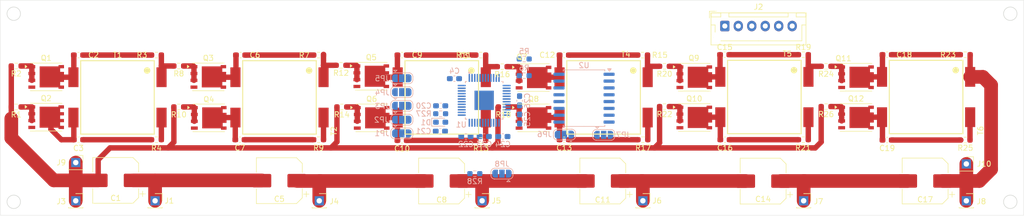
<source format=kicad_pcb>
(kicad_pcb (version 20240108) (generator "pcbnew") (generator_version "8.0")
  (layers (0 "F.Cu" signal) (31 "B.Cu" signal) (34 "B.Paste" user) (35 "F.Paste" user) (36 "B.SilkS" user "B.Silkscreen") (37 "F.SilkS" user "F.Silkscreen") (38 "B.Mask" user) (39 "F.Mask" user) (44 "Edge.Cuts" user))
  (property "CBOOST" "10uF 10V")
  (property "CBOOST+" "0.1uF 10V")
  (property "CBYPASS" "60uF 10V")
  (property "CBYPASS_DECOP" "0.1uF 10V")
  (property "CSENSFILTER" "0.63pF 10V")
  (property "CSNUB" "100pF 100V")
  (property "FET-N" "SIR882DP 100V 60A")
  (property "RBOOST+" "6.5")
  (property "RSENSFILTER" "2.5k")
  (property "RSENSP" "10m")
  (property "RSENSS" "10m")
  (property "RSNUB" "330")
  (property "RTONP" "23.33k")
  (property "RTONS" "7.5k")
  (property "RWDT" "2.5k")
  (property "SHOTTKY" "RVB>6V ")
  (property "TRANSFORMER" "750312504 1:2 ISAT=10A 3.5uF")
  (net 0 "")
  (net 1 "/CELL_1+")
  (net 2 "/CELL_1-")
  (net 3 "Net-(C2-Pad1)")
  (net 4 "Net-(Q1-D)")
  (net 5 "Net-(C3-Pad1)")
  (net 6 "Net-(Q2-D)")
  (net 7 "/LT3300_BOOST")
  (net 8 "/CELL_2+")
  (net 9 "Net-(Q3-D)")
  (net 10 "Net-(C6-Pad1)")
  (net 11 "Net-(Q4-D)")
  (net 12 "Net-(C7-Pad1)")
  (net 13 "/CELL_3+")
  (net 14 "Net-(Q5-D)")
  (net 15 "Net-(C9-Pad1)")
  (net 16 "Net-(C10-Pad1)")
  (net 17 "Net-(Q6-D)")
  (net 18 "/CELL_4+")
  (net 19 "Net-(C12-Pad1)")
  (net 20 "Net-(Q7-D)")
  (net 21 "Net-(Q8-D)")
  (net 22 "Net-(C13-Pad1)")
  (net 23 "/CELL_5+")
  (net 24 "Net-(C15-Pad1)")
  (net 25 "Net-(Q9-D)")
  (net 26 "Net-(Q10-D)")
  (net 27 "Net-(C16-Pad1)")
  (net 28 "/CELL_6+")
  (net 29 "Net-(C18-Pad1)")
  (net 30 "Net-(Q11-D)")
  (net 31 "Net-(C19-Pad1)")
  (net 32 "Net-(Q12-D)")
  (net 33 "/LT3300_BOOSTP")
  (net 34 "/LT3300_BOOSTN")
  (net 35 "Net-(D1-K)")
  (net 36 "/LT3300_A0")
  (net 37 "/LT3300_A1")
  (net 38 "/LT3300_A2")
  (net 39 "/LT3300_A3")
  (net 40 "/LT3300_A4")
  (net 41 "Net-(JP6-C)")
  (net 42 "Net-(JP7-C)")
  (net 43 "5V")
  (net 44 "GND")
  (net 45 "Net-(JP8-B)")
  (net 46 "/LT3300_WDT")
  (net 47 "/LT3300_I1P")
  (net 48 "/LT3300_G1P")
  (net 49 "/LT3300_I1S")
  (net 50 "/LT3300_G1S")
  (net 51 "/LT3300_I2P")
  (net 52 "/LT3300_G2P")
  (net 53 "/LT3300_G2S")
  (net 54 "/LT3300_I2S")
  (net 55 "/LT3300_I3P")
  (net 56 "/LT3300_G3P")
  (net 57 "/LT3300_I3S")
  (net 58 "/LT3300_G3S")
  (net 59 "/LT3300_G4P")
  (net 60 "/LT3300_I4P")
  (net 61 "/LT3300_G4S")
  (net 62 "/LT3300_I4S")
  (net 63 "/LT3300_I5P")
  (net 64 "/LT3300_G5P")
  (net 65 "/LT3300_I5S")
  (net 66 "/LT3300_G5S")
  (net 67 "/LT3300_I6P")
  (net 68 "/LT3300_G6P")
  (net 69 "/LT3300_I6S")
  (net 70 "/LT3300_G6S")
  (net 71 "Net-(T1-SB)")
  (net 72 "/LT3300_RTONP")
  (net 73 "/LT3300_RTONS")
  (net 74 "Net-(T2-SB)")
  (net 75 "Net-(T3-SB)")
  (net 76 "Net-(T4-SB)")
  (net 77 "Net-(T5-SB)")
  (net 78 "Net-(T6-SB)")
  (net 79 "/LT3300_CSBI")
  (net 80 "/LT3300_SCKI")
  (net 81 "GLOBAL_LT3300_SCK")
  (net 82 "GLOBAL_LT3300_SDO")
  (net 83 "GLOBAL_LT3300_CS")
  (net 84 "GLOBAL_LT3300_SDI")
  (net 85 "/LT3300_SDO")
  (net 86 "/LT3300_SDI")
  (footprint "Capacitor_SMD:C_0603_1608Metric_Pad1.08x0.95mm_HandSolder" (layer "F.Cu") (at 71.0178 95.444 180)
    (property "Reference" "C3")
    (property "Value" "100pF 100V")
  )
  (footprint "Resistor_SMD:R_0603_1608Metric_Pad0.98x0.95mm_HandSolder" (layer "F.Cu") (at 179.8048 81.788 180)
    (property "Reference" "R20")
    (property "Value" "10m")
  )
  (footprint "Resistor_SMD:R_0603_1608Metric_Pad0.98x0.95mm_HandSolder" (layer "F.Cu") (at 119.7623 81.601 180)
    (property "Reference" "R12")
    (property "Value" "10m")
  )
  (footprint "active_balancer:WE-FLYLT_EP13_2381" (layer "F.Cu") (at 78.2568 87.57 -90)
    (property "Reference" "T1")
    (property "Value" "750312504 1:2 ISAT=10A 3.5uF")
  )
  (footprint "Capacitor_SMD:CP_Elec_8x10" (layer "F.Cu") (at 108.3075 103.064 180)
    (property "Reference" "C5")
    (property "Value" "60uF 10V")
  )
  (footprint "Connector_PinSocket_2.54mm:PinSocket_1x01_P2.54mm_Vertical" (layer "F.Cu") (at 175.7928 106.807)
    (property "Reference" "J6")
    (property "Value" "Conn_01x01_Socket")
  )
  (footprint "Resistor_SMD:R_0603_1608Metric_Pad0.98x0.95mm_HandSolder" (layer "F.Cu") (at 59.4608 89.348 180)
    (property "Reference" "R1")
    (property "Value" "10m")
  )
  (footprint "active_balancer:WE-FLYLT_EP13_2381" (layer "F.Cu") (at 198.3468 87.503 -90)
    (property "Reference" "T5")
    (property "Value" "750312504 1:2 ISAT=10A 3.5uF")
  )
  (footprint "Resistor_SMD:R_0603_1608Metric_Pad0.98x0.95mm_HandSolder" (layer "F.Cu") (at 179.8048 89.281 180)
    (property "Reference" "R22")
    (property "Value" "10m")
  )
  (footprint "Connector_PinSocket_2.54mm:PinSocket_1x01_P2.54mm_Vertical" (layer "F.Cu") (at 235.839 106.807)
    (property "Reference" "J8")
    (property "Value" "Conn_01x01_Socket")
  )
  (footprint "Resistor_SMD:R_0603_1608Metric_Pad0.98x0.95mm_HandSolder" (layer "F.Cu") (at 89.6398 89.348 180)
    (property "Reference" "R10")
    (property "Value" "10m")
  )
  (footprint "Resistor_SMD:R_0603_1608Metric_Pad0.98x0.95mm_HandSolder" (layer "F.Cu") (at 119.9128 89.348 180)
    (property "Reference" "R14")
    (property "Value" "10m")
  )
  (footprint "Resistor_SMD:R_0603_1608Metric_Pad0.98x0.95mm_HandSolder" (layer "F.Cu") (at 85.4958 79.696 180)
    (property "Reference" "R3")
    (property "Value" "330")
  )
  (footprint "Resistor_SMD:R_0603_1608Metric_Pad0.98x0.95mm_HandSolder" (layer "F.Cu") (at 115.5948 79.696 180)
    (property "Reference" "R7")
    (property "Value" "330")
  )
  (footprint "Resistor_SMD:R_0603_1608Metric_Pad0.98x0.95mm_HandSolder" (layer "F.Cu") (at 149.6823 81.855 180)
    (property "Reference" "R16")
    (property "Value" "10m")
  )
  (footprint "Resistor_SMD:R_0603_1608Metric_Pad0.98x0.95mm_HandSolder" (layer "F.Cu") (at 59.4608 81.728 180)
    (property "Reference" "R2")
    (property "Value" "10m")
  )
  (footprint "Resistor_SMD:R_0603_1608Metric_Pad0.98x0.95mm_HandSolder" (layer "F.Cu") (at 145.6938 95.571 180)
    (property "Reference" "R13")
    (property "Value" "330")
  )
  (footprint "active_balancer:SIR882DP_PowerPAK_SO-8_Single" (layer "F.Cu") (at 125.3738 83.633)
    (property "Reference" "Q5")
    (property "Value" "SIR882DP 100V 60A")
  )
  (footprint "active_balancer:WE-FLYLT_EP13_2381" (layer "F.Cu") (at 108.3323 87.57 -90)
    (property "Reference" "T2")
    (property "Value" "750312504 1:2 ISAT=10A 3.5uF")
  )
  (footprint "Resistor_SMD:R_0603_1608Metric_Pad0.98x0.95mm_HandSolder" (layer "F.Cu") (at 235.6098 95.504 180)
    (property "Reference" "R25")
    (property "Value" "330")
  )
  (footprint "Resistor_SMD:R_0603_1608Metric_Pad0.98x0.95mm_HandSolder" (layer "F.Cu") (at 209.8053 81.788 180)
    (property "Reference" "R24")
    (property "Value" "10m")
  )
  (footprint "active_balancer:SIR882DP_PowerPAK_SO-8_Single" (layer "F.Cu") (at 215.3618 91.313)
    (property "Reference" "Q12")
    (property "Value" "SIR882DP 100V 60A")
  )
  (footprint "Capacitor_SMD:CP_Elec_8x10" (layer "F.Cu") (at 77.926 103.0132 180)
    (property "Reference" "C1")
    (property "Value" "60uF 10V")
  )
  (footprint "Resistor_SMD:R_0603_1608Metric_Pad0.98x0.95mm_HandSolder" (layer "F.Cu") (at 85.4958 95.444 180)
    (property "Reference" "R4")
    (property "Value" "330")
  )
  (footprint "Capacitor_SMD:CP_Elec_8x10" (layer "F.Cu") (at 198.1188 103.1494 180)
    (property "Reference" "C14")
    (property "Value" "60uF 10V")
  )
  (footprint "Resistor_SMD:R_0603_1608Metric_Pad0.98x0.95mm_HandSolder" (layer "F.Cu") (at 149.8848 89.348 180)
    (property "Reference" "R18")
    (property "Value" "10m")
  )
  (footprint "Capacitor_SMD:C_0603_1608Metric_Pad1.08x0.95mm_HandSolder" (layer "F.Cu") (at 131.0888 95.571 180)
    (property "Reference" "C10")
    (property "Value" "100pF 100V")
  )
  (footprint "Resistor_SMD:R_0603_1608Metric_Pad0.98x0.95mm_HandSolder" (layer "F.Cu") (at 205.5858 79.629 180)
    (property "Reference" "R19")
    (property "Value" "330")
  )
  (footprint "Connector_PinSocket_2.54mm:PinSocket_1x01_P2.54mm_Vertical" (layer "F.Cu") (at 145.9478 106.807)
    (property "Reference" "J5")
    (property "Value" "Conn_01x01_Socket")
  )
  (footprint "Capacitor_SMD:C_0603_1608Metric_Pad1.08x0.95mm_HandSolder" (layer "F.Cu") (at 161.1878 79.696 180)
    (property "Reference" "C12")
    (property "Value" "100pF 100V")
  )
  (footprint "Capacitor_SMD:C_0603_1608Metric_Pad1.08x0.95mm_HandSolder" (layer "F.Cu") (at 221.1318 79.629 180)
    (property "Reference" "C18")
    (property "Value" "100pF 100V")
  )
  (footprint "Capacitor_SMD:C_0603_1608Metric_Pad1.08x0.95mm_HandSolder" (layer "F.Cu") (at 221.1318 95.504 180)
    (property "Reference" "C19")
    (property "Value" "100pF 100V")
  )
  (footprint "Capacitor_SMD:C_0603_1608Metric_Pad1.08x0.95mm_HandSolder" (layer "F.Cu") (at 101.1168 79.696 180)
    (property "Reference" "C6")
    (property "Value" "100pF 100V")
  )
  (footprint "Capacitor_SMD:C_0603_1608Metric_Pad1.08x0.95mm_HandSolder" (layer "F.Cu") (at 191.0328 95.444 180)
    (property "Reference" "C16")
    (property "Value" "100pF 100V")
  )
  (footprint "Connector_PinSocket_2.54mm:PinSocket_1x01_P2.54mm_Vertical" (layer "F.Cu") (at 70.5098 106.807)
    (property "Reference" "J3")
    (property "Value" "Conn_01x01_Socket")
  )
  (footprint "active_balancer:SIR882DP_PowerPAK_SO-8_Single" (layer "F.Cu") (at 125.4458 91.38)
    (property "Reference" "Q6")
    (property "Value" "SIR882DP 100V 60A")
  )
  (footprint "Capacitor_SMD:CP_Elec_8x10" (layer "F.Cu") (at 138.43 103.124 180)
    (property "Reference" "C8")
    (property "Value" "60uF 10V")
  )
  (footprint "Connector_JST:JST_XH_B6B-XH-AM_1x06_P2.50mm_Vertical" (layer "F.Cu") (at 191.008 74.295)
    (property "Reference" "J2")
    (property "Value" "JST_XH_6pin_SPI")
  )
  (footprint "active_balancer:SIR882DP_PowerPAK_SO-8_Single" (layer "F.Cu") (at 185.3378 83.82)
    (property "Reference" "Q9")
    (property "Value" "SIR882DP 100V 60A")
  )
  (footprint "Capacitor_SMD:C_0603_1608Metric_Pad1.08x0.95mm_HandSolder" (layer "F.Cu") (at 71.0178 79.696 180)
    (property "Reference" "C2")
    (property "Value" "100pF 100V")
  )
  (footprint "Capacitor_SMD:CP_Elec_8x10" (layer "F.Cu") (at 168.35 103.124 180)
    (property "Reference" "C11")
    (property "Value" "60uF 10V")
  )
  (footprint "Capacitor_SMD:C_0603_1608Metric_Pad1.08x0.95mm_HandSolder" (layer "F.Cu") (at 190.9808 79.629 180)
    (property "Reference" "C15")
    (property "Value" "100pF 100V")
  )
  (footprint "active_balancer:SIR882DP_PowerPAK_SO-8_Single" (layer "F.Cu") (at 65.0264 83.76)
    (property "Reference" "Q1")
    (property "Value" "SIR882DP 100V 60A")
  )
  (footprint "Capacitor_SMD:C_0603_1608Metric_Pad1.08x0.95mm_HandSolder" (layer "F.Cu") (at 131.0888 79.696 180)
    (property "Reference" "C9")
    (property "Value" "100pF 100V")
  )
  (footprint "Resistor_SMD:R_0603_1608Metric_Pad0.98x0.95mm_HandSolder" (layer "F.Cu") (at 205.5858 95.444 180)
    (property "Reference" "R21")
    (property "Value" "330")
  )
  (footprint "active_balancer:WE-FLYLT_EP13_2381" (layer "F.Cu") (at 228.3708 87.503 -90)
    (property "Reference" "T6")
    (property "Value" "750312504 1:2 ISAT=10A 3.5uF")
  )
  (footprint "Capacitor_SMD:C_0603_1608Metric_Pad1.08x0.95mm_HandSolder" (layer "F.Cu") (at 100.9898 95.444 180)
    (property "Reference" "C7")
    (property "Value" "100pF 100V")
  )
  (footprint "Capacitor_SMD:C_0603_1608Metric_Pad1.08x0.95mm_HandSolder" (layer "F.Cu") (at 161.1878 95.444 180)
    (property "Reference" "C13")
    (property "Value" "100pF 100V")
  )
  (footprint "Resistor_SMD:R_0603_1608Metric_Pad0.98x0.95mm_HandSolder" (layer "F.Cu") (at 175.7408 79.696 180)
    (property "Reference" "R15")
    (property "Value" "330")
  )
  (footprint "active_balancer:SIR882DP_PowerPAK_SO-8_Single" (layer "F.Cu") (at 155.4888 91.38)
    (property "Reference" "Q8")
    (property "Value" "SIR882DP 100V 60A")
  )
  (footprint "Capacitor_SMD:CP_Elec_8x10" (layer "F.Cu") (at 228.1936 103.124 180)
    (property "Reference" "C17")
    (property "Value" "60uF 10V")
  )
  (footprint "Resistor_SMD:R_0603_1608Metric_Pad0.98x0.95mm_HandSolder" (layer "F.Cu") (at 115.5948 95.444 180)
    (property "Reference" "R9")
    (property "Value" "330")
  )
  (footprint "active_balancer:SIR882DP_PowerPAK_SO-8_Single" (layer "F.Cu") (at 65.0192 91.253)
    (property "Reference" "Q2")
    (property "Value" "SIR882DP 100V 60A")
  )
  (footprint "Resistor_SMD:R_0603_1608Metric_Pad0.98x0.95mm_HandSolder" (layer "F.Cu") (at 89.6398 81.728 180)
    (property "Reference" "R8")
    (property "Value" "10m")
  )
  (footprint "active_balancer:WE-FLYLT_EP13_2381" (layer "F.Cu") (at 168.5018 87.57 -90)
    (property "Reference" "T4")
    (property "Value" "750312504 1:2 ISAT=10A 3.5uF")
  )
  (footprint "active_balancer:SIR882DP_PowerPAK_SO-8_Single" (layer "F.Cu") (at 95.1243 83.76)
    (property "Reference" "Q3")
    (property "Value" "SIR882DP 100V 60A")
  )
  (footprint "active_balancer:SIR882DP_PowerPAK_SO-8_Single" (layer "F.Cu") (at 95.1963 91.38)
    (property "Reference" "Q4")
    (property "Value" "SIR882DP 100V 60A")
  )
  (footprint "Connector_PinSocket_2.54mm:PinSocket_1x01_P2.54mm_Vertical" (layer "F.Cu") (at 235.839 99.949)
    (property "Reference" "J10")
    (property "Value" "Conn_01x01_Socket")
  )
  (footprint "active_balancer:SIR882DP_PowerPAK_SO-8_Single" (layer "F.Cu") (at 185.3378 91.313)
    (property "Reference" "Q10")
    (property "Value" "SIR882DP 100V 60A")
  )
  (footprint "Resistor_SMD:R_0603_1608Metric_Pad0.98x0.95mm_HandSolder" (layer "F.Cu") (at 209.8053 89.281 180)
    (property "Reference" "R26")
    (property "Value" "10m")
  )
  (footprint "Resistor_SMD:R_0603_1608Metric_Pad0.98x0.95mm_HandSolder" (layer "F.Cu") (at 175.7928 95.444 180)
    (property "Reference" "R17")
    (property "Value" "330")
  )
  (footprint "active_balancer:WE-FLYLT_EP13_2381" (layer "F.Cu") (at 138.4548 87.57 -90)
    (property "Reference" "T3")
    (property "Value" "750312504 1:2 ISAT=10A 3.5uF")
  )
  (footprint "Connector_PinSocket_2.54mm:PinSocket_1x01_P2.54mm_Vertical" (layer "F.Cu") (at 205.6378 106.807)
    (property "Reference" "J7")
    (property "Value" "Conn_01x01_Socket")
  )
  (footprint "active_balancer:SIR882DP_PowerPAK_SO-8_Single" (layer "F.Cu") (at 215.3618 83.82)
    (property "Reference" "Q11")
    (property "Value" "SIR882DP 100V 60A")
  )
  (footprint "Connector_PinSocket_2.54mm:PinSocket_1x01_P2.54mm_Vertical" (layer "F.Cu") (at 70.5098 99.695)
    (property "Reference" "J9")
    (property "Value" "Conn_01x01_Socket")
  )
  (footprint "active_balancer:SIR882DP_PowerPAK_SO-8_Single" (layer "F.Cu") (at 155.4928 83.887)
    (property "Reference" "Q7")
    (property "Value" "SIR882DP 100V 60A")
  )
  (footprint "Connector_PinSocket_2.54mm:PinSocket_1x01_P2.54mm_Vertical" (layer "F.Cu") (at 115.7218 106.807)
    (property "Reference" "J4")
    (property "Value" "Conn_01x01_Socket")
  )
  (footprint "Resistor_SMD:R_0603_1608Metric_Pad0.98x0.95mm_HandSolder" (layer "F.Cu") (at 145.6938 79.696 180)
    (property "Reference" "R11")
    (property "Value" "330")
  )
  (footprint "Resistor_SMD:R_0603_1608Metric_Pad0.98x0.95mm_HandSolder" (layer "F.Cu") (at 235.6333 79.629 180)
    (property "Reference" "R23")
    (property "Value" "330")
  )
  (footprint "Connector_PinSocket_2.54mm:PinSocket_1x01_P2.54mm_Vertical" (layer "F.Cu") (at 85.2418 106.807)
    (property "Reference" "J1")
    (property "Value" "Conn_01x01_Socket")
  )
  (footprint "Capacitor_SMD:C_0603_1608Metric_Pad1.08x0.95mm_HandSolder" (layer "B.Cu") (at 152.9024 88.198 90)
    (property "Reference" "C26")
    (property "Value" "0.1uF 10V")
  )
  (footprint "Jumper:SolderJumper-3_P1.3mm_Open_RoundedPad1.0x1.5mm" (layer "B.Cu") (at 149.6304 101.7616 180)
    (property "Reference" "JP8")
    (property "Value" "Whatchdog Timer")
  )
  (footprint "Jumper:SolderJumper-3_P1.3mm_Open_RoundedPad1.0x1.5mm" (layer "B.Cu") (at 131.0381 94.2686)
    (property "Reference" "JP1")
    (property "Value" "JUMPER_A1")
  )
  (footprint "Diode_SMD:D_0603_1608Metric_Pad1.05x0.95mm_HandSolder" (layer "B.Cu") (at 138.2506 92.187)
    (property "Reference" "D1")
    (property "Value" "D_Schottky")
  )
  (footprint "Capacitor_SMD:C_0603_1608Metric_Pad1.08x0.95mm_HandSolder" (layer "B.Cu") (at 149.8025 94.8528)
    (property "Reference" "C24")
    (property "Value" "0.1uF 10V")
  )
  (footprint "Capacitor_SMD:C_0603_1608Metric_Pad1.08x0.95mm_HandSolder" (layer "B.Cu") (at 146.347 94.8528)
    (property "Reference" "C23")
    (property "Value" "0.1uF 10V")
  )
  (footprint "Capacitor_SMD:C_0603_1608Metric_Pad1.08x0.95mm_HandSolder" (layer "B.Cu") (at 152.9024 91.6027 90)
    (property "Reference" "C25")
    (property "Value" "0.1uF 10V")
  )
  (footprint "active_balancer:QFP50P900X900X160-49N" (layer "B.Cu") (at 146.3296 88.1174 -90)
    (property "Reference" "U1")
    (property "Value" "LTC3300ILXE-2_PBF")
  )
  (footprint "Jumper:SolderJumper-3_P1.3mm_Open_RoundedPad1.0x1.5mm" (layer "B.Cu") (at 131.0381 86.599)
    (property "Reference" "JP4")
    (property "Value" "JUMPER_A4")
  )
  (footprint "Jumper:SolderJumper-3_P1.3mm_Open_RoundedPad1.0x1.5mm" (layer "B.Cu") (at 131.0381 84.0082)
    (property "Reference" "JP5")
    (property "Value" "JUMPER_A5")
  )
  (footprint "Resistor_SMD:R_0603_1608Metric_Pad0.98x0.95mm_HandSolder" (layer "B.Cu") (at 144.5993 101.7616)
    (property "Reference" "R28")
    (property "Value" "2.5k")
  )
  (footprint "Jumper:SolderJumper-3_P1.3mm_Open_RoundedPad1.0x1.5mm" (layer "B.Cu") (at 161.2336 94.4972 180)
    (property "Reference" "JP6")
    (property "Value" "JUMPER_EN_NUM_ISO_IN")
  )
  (footprint "Jumper:SolderJumper-3_P1.3mm_Open_RoundedPad1.0x1.5mm" (layer "B.Cu") (at 168.5188 94.548)
    (property "Reference" "JP7")
    (property "Value" "JUMPER_EN_NUM_ISO_OUT")
  )
  (footprint "Capacitor_SMD:C_0603_1608Metric_Pad1.08x0.95mm_HandSolder" (layer "B.Cu") (at 142.9434 94.8528)
    (property "Reference" "C22")
    (property "Value" "0.1uF 10V")
  )
  (footprint "Capacitor_SMD:C_0603_1608Metric_Pad1.08x0.95mm_HandSolder" (layer "B.Cu") (at 138.2517 89.139)
    (property "Reference" "C20")
    (property "Value" "0.1uF 10V")
  )
  (footprint "Jumper:SolderJumper-3_P1.3mm_Open_RoundedPad1.0x1.5mm" (layer "B.Cu") (at 131.0381 89.139)
    (property "Reference" "JP3")
    (property "Value" "JUMPER_A3")
  )
  (footprint "Jumper:SolderJumper-3_P1.3mm_Open_RoundedPad1.0x1.5mm" (layer "B.Cu") (at 131.0381 91.7199)
    (property "Reference" "JP2")
    (property "Value" "JUMPER_A2")
  )
  (footprint "Resistor_SMD:R_0603_1608Metric_Pad0.98x0.95mm_HandSolder" (layer "B.Cu") (at 138.2525 90.6122 180)
    (property "Reference" "R27")
    (property "Value" "6.5")
  )
  (footprint "Package_SO:SOIC-16W_7.5x10.3mm_P1.27mm" (layer "B.Cu") (at 164.8676 87.7154 180)
    (property "Reference" "U2")
    (property "Value" "ADuM1401xRW")
  )
  (footprint "Capacitor_SMD:C_0603_1608Metric_Pad1.08x0.95mm_HandSolder" (layer "B.Cu") (at 138.1998 93.8634 180)
    (property "Reference" "C21")
    (property "Value" "0.1uF 10V")
  )
  (footprint "Resistor_SMD:R_0603_1608Metric_Pad0.98x0.95mm_HandSolder" (layer "B.Cu") (at 153.766 83.5244 180)
    (property "Reference" "R6")
    (property "Value" "7.5k")
  )
  (footprint "Resistor_SMD:R_0603_1608Metric_Pad0.98x0.95mm_HandSolder" (layer "B.Cu") (at 153.766 80.4256 180)
    (property "Reference" "R5")
    (property "Value" "23.33k")
  )
  (footprint "Capacitor_SMD:C_0603_1608Metric_Pad1.08x0.95mm_HandSolder" (layer "B.Cu") (at 140.812 84.0832 180)
    (property "Reference" "C4")
    (property "Value" "10uF 10V")
  )
  (gr_circle (center 244 107) (end 245.25 107) (stroke (width 0.1)) (fill none) (layer "Edge.Cuts"))
  (gr_rect (start 56.5 69.5) (end 246.5 109.5) (stroke (width 0.05)) (fill none) (layer "Edge.Cuts"))
  (gr_circle (center 59 72) (end 60.25 72) (stroke (width 0.1)) (fill none) (layer "Edge.Cuts"))
  (gr_circle (center 59 107) (end 60.25 107) (stroke (width 0.1)) (fill none) (layer "Edge.Cuts"))
  (gr_circle (center 244 72) (end 245.25 72) (stroke (width 0.1)) (fill none) (layer "Edge.Cuts"))
  (segment (start 85.2418 103.038) (end 85.217 103.0132) (width 2.54) (layer "F.Cu") (net 1))
  (segment (start 86.4083 79.696) (end 86.4083 81.728) (width 1) (layer "F.Cu") (net 1))
  (segment (start 85.2418 106.807) (end 85.2418 103.038) (width 2.54) (layer "F.Cu") (net 1))
  (segment (start 88.7273 81.728) (end 86.4083 81.728) (width 1) (layer "F.Cu") (net 1))
  (segment (start 81.176 103.0132) (end 85.217 103.0132) (width 2.54) (layer "F.Cu") (net 1))
  (segment (start 86.4083 83.7915) (end 86.4368 83.82) (width 1) (layer "F.Cu") (net 1))
  (segment (start 86.4083 81.728) (end 86.4083 83.7915) (width 1) (layer "F.Cu") (net 1))
  (segment (start 85.217 103.0132) (end 105.0067 103.0132) (width 2.54) (layer "F.Cu") (net 1))
  (segment (start 87.6548 96.968) (end 76.876 96.968) (width 1) (layer "F.Cu") (net 2))
  (segment (start 70.5098 106.807) (end 70.5098 99.695) (width 2.54) (layer "F.Cu") (net 2))
  (segment (start 74.676 103.0132) (end 66.4372 103.0132) (width 2.54) (layer "F.Cu") (net 2))
  (segment (start 76.876 96.968) (end 74.676 99.168) (width 1) (layer "F.Cu") (net 2))
  (segment (start 177.9518 96.968) (end 147.8528 96.968) (width 1) (layer "F.Cu") (net 2))
  (segment (start 66.4372 103.0132) (end 58.5483 95.1243) (width 2.54) (layer "F.Cu") (net 2))
  (segment (start 207.7968 96.968) (end 177.9518 96.968) (width 1) (layer "F.Cu") (net 2))
  (segment (start 208.8928 89.281) (end 208.8928 95.872) (width 1) (layer "F.Cu") (net 2))
  (segment (start 148.9723 89.348) (end 148.8949 89.4254) (width 1) (layer "F.Cu") (net 2))
  (segment (start 58.5483 89.348) (end 58.5483 91.507) (width 1) (layer "F.Cu") (net 2))
  (segment (start 117.8808 96.968) (end 87.6548 96.968) (width 1) (layer "F.Cu") (net 2))
  (segment (start 88.7273 89.348) (end 88.7273 95.8955) (width 1) (layer "F.Cu") (net 2))
  (segment (start 147.8528 96.968) (end 117.8808 96.968) (width 1) (layer "F.Cu") (net 2))
  (segment (start 178.8923 89.281) (end 178.8923 96.0275) (width 1) (layer "F.Cu") (net 2))
  (segment (start 58.5483 95.1243) (end 58.5483 91.507) (width 2.54) (layer "F.Cu") (net 2))
  (segment (start 208.8928 95.872) (end 207.7968 96.968) (width 1) (layer "F.Cu") (net 2))
  (segment (start 178.8923 96.0275) (end 177.9518 96.968) (width 1) (layer "F.Cu") (net 2))
  (segment (start 74.676 99.168) (end 74.676 103.0132) (width 1) (layer "F.Cu") (net 2))
  (segment (start 119.0003 89.348) (end 119.0003 95.8485) (width 1) (layer "F.Cu") (net 2))
  (segment (start 88.7273 95.8955) (end 87.6548 96.968) (width 1) (layer "F.Cu") (net 2))
  (segment (start 148.8949 95.9259) (end 147.8528 96.968) (width 1) (layer "F.Cu") (net 2))
  (segment (start 148.8949 89.4254) (end 148.8949 95.9259) (width 1) (layer "F.Cu") (net 2))
  (segment (start 58.5483 81.728) (end 58.5483 89.348) (width 1) (layer "F.Cu") (net 2))
  (segment (start 119.0003 95.8485) (end 117.8808 96.968) (width 1) (layer "F.Cu") (net 2))
  (segment (start 71.8803 79.696) (end 84.5833 79.696) (width 1) (layer "F.Cu") (net 3))
  (segment (start 65.7764 83.82) (end 65.7164 83.76) (width 1) (layer "F.Cu") (net 4))
  (segment (start 70.1553 79.696) (end 70.1553 83.7415) (width 1) (layer "F.Cu") (net 4))
  (segment (start 70.0768 83.82) (end 65.7764 83.82) (width 1) (layer "F.Cu") (net 4))
  (segment (start 70.1553 83.7415) (end 70.0768 83.82) (width 1) (layer "F.Cu") (net 4))
  (segment (start 84.5833 95.444) (end 71.8803 95.444) (width 1) (layer "F.Cu") (net 5))
  (segment (start 70.1553 91.3985) (end 70.0768 91.32) (width 1) (layer "F.Cu") (net 6))
  (segment (start 70.1553 95.444) (end 70.1553 91.3985) (width 1) (layer "F.Cu") (net 6))
  (segment (start 70.1553 95.444) (end 67.8428 95.444) (width 1) (layer "F.Cu") (net 6))
  (segment (start 67.8428 95.444) (end 65.9032 93.5044) (width 1) (layer "F.Cu") (net 6))
  (segment (start 65.9032 93.5044) (end 65.9032 91.32) (width 1) (layer "F.Cu") (net 6))
  (segment (start 116.5073 79.569) (end 116.5073 81.601) (width 1) (layer "F.Cu") (net 8))
  (segment (start 115.7218 103.2262) (end 115.824 103.124) (width 2.54) (layer "F.Cu") (net 8))
  (segment (start 118.8498 81.601) (end 116.5073 81.601) (width 1) (layer "F.Cu") (net 8))
  (segment (start 115.824 103.124) (end 111.6175 103.124) (width 2.54) (layer "F.Cu") (net 8))
  (segment (start 116.5073 83.815) (end 116.5123 83.82) (width 1) (layer "F.Cu") (net 8))
  (segment (start 116.5073 81.601) (end 116.5073 83.815) (width 1) (layer "F.Cu") (net 8))
  (segment (start 135.18 103.124) (end 115.824 103.124) (width 2.54) (layer "F.Cu") (net 8))
  (segment (start 115.7218 106.807) (end 115.7218 103.2262) (width 2.54) (layer "F.Cu") (net 8))
  (segment (start 100.2543 79.696) (end 100.2543 83.718) (width 1) (layer "F.Cu") (net 9))
  (segment (start 100.2543 83.718) (end 100.1523 83.82) (width 1) (layer "F.Cu") (net 9))
  (segment (start 95.8743 83.82) (end 95.8143 83.76) (width 1) (layer "F.Cu") (net 9))
  (segment (start 100.1523 83.82) (end 95.8743 83.82) (width 1) (layer "F.Cu") (net 9))
  (segment (start 101.9793 79.696) (end 114.6823 79.696) (width 1) (layer "F.Cu") (net 10))
  (segment (start 100.1273 91.345) (end 100.1523 91.32) (width 1) (layer "F.Cu") (net 11))
  (segment (start 95.9463 91.32) (end 95.8863 91.38) (width 1) (layer "F.Cu") (net 11))
  (segment (start 100.1523 91.32) (end 95.9463 91.32) (width 1) (layer "F.Cu") (net 11))
  (segment (start 100.1273 95.444) (end 100.1273 91.345) (width 1) (layer "F.Cu") (net 11))
  (segment (start 101.8523 95.444) (end 114.5553 95.444) (width 1) (layer "F.Cu") (net 12))
  (segment (start 141.68 103.124) (end 146.05 103.124) (width 2.54) (layer "F.Cu") (net 13))
  (segment (start 145.9478 106.807) (end 145.9478 103.2262) (width 2.54) (layer "F.Cu") (net 13))
  (segment (start 146.6063 83.7915) (end 146.6348 83.82) (width 1) (layer "F.Cu") (net 13))
  (segment (start 145.9478 103.2262) (end 146.05 103.124) (width 2.54) (layer "F.Cu") (net 13))
  (segment (start 146.6063 81.855) (end 146.6063 83.7915) (width 1) (layer "F.Cu") (net 13))
  (segment (start 146.05 103.124) (end 165.1 103.124) (width 2.54) (layer "F.Cu") (net 13))
  (segment (start 146.6063 79.696) (end 146.6063 81.855) (width 1) (layer "F.Cu") (net 13))
  (segment (start 148.7698 81.855) (end 146.6063 81.855) (width 1) (layer "F.Cu") (net 13))
  (segment (start 130.2263 79.696) (end 130.2263 83.7715) (width 1) (layer "F.Cu") (net 14))
  (segment (start 130.2748 83.82) (end 126.2508 83.82) (width 1) (layer "F.Cu") (net 14))
  (segment (start 126.2508 83.82) (end 126.0638 83.633) (width 1) (layer "F.Cu") (net 14))
  (segment (start 130.2263 83.7715) (end 130.2748 83.82) (width 1) (layer "F.Cu") (net 14))
  (segment (start 131.9513 79.696) (end 144.7813 79.696) (width 1) (layer "F.Cu") (net 15))
  (segment (start 144.7813 95.571) (end 131.9513 95.571) (width 1) (layer "F.Cu") (net 16))
  (segment (start 126.1958 91.32) (end 126.1358 91.38) (width 1) (layer "F.Cu") (net 17))
  (segment (start 130.2263 95.571) (end 130.2263 91.3685) (width 1) (layer "F.Cu") (net 17))
  (segment (start 130.2748 91.32) (end 126.1958 91.32) (width 1) (layer "F.Cu") (net 17))
  (segment (start 130.2263 91.3685) (end 130.2748 91.32) (width 1) (layer "F.Cu") (net 17))
  (segment (start 175.641 103.124) (end 194.8434 103.124) (width 2.54) (layer "F.Cu") (net 18))
  (segment (start 175.7928 106.807) (end 175.7928 103.2758) (width 2.54) (layer "F.Cu") (net 18))
  (segment (start 176.6533 79.696) (end 176.6533 81.855) (width 1) (layer "F.Cu") (net 18))
  (segment (start 175.7928 103.2758) (end 175.641 103.124) (width 2.54) (layer "F.Cu") (net 18))
  (segment (start 171.6 103.124) (end 175.641 103.124) (width 2.54) (layer "F.Cu") (net 18))
  (segment (start 176.6533 83.7915) (end 176.6818 83.82) (width 1) (layer "F.Cu") (net 18))
  (segment (start 176.6533 81.855) (end 176.6533 83.7915) (width 1) (layer "F.Cu") (net 18))
  (segment (start 178.8923 81.788) (end 176.7203 81.788) (width 1) (layer "F.Cu") (net 18))
  (segment (start 176.7203 81.788) (end 176.6533 81.855) (width 1) (layer "F.Cu") (net 18))
  (segment (start 174.8283 79.696) (end 162.0503 79.696) (width 1) (layer "F.Cu") (net 19))
  (segment (start 160.3218 83.82) (end 156.2498 83.82) (width 1) (layer "F.Cu") (net 20))
  (segment (start 156.2498 83.82) (end 156.1828 83.887) (width 1) (layer "F.Cu") (net 20))
  (segment (start 160.3253 79.696) (end 160.3253 83.8165) (width 1) (layer "F.Cu") (net 20))
  (segment (start 160.3253 83.8165) (end 160.3218 83.82) (width 1) (layer "F.Cu") (net 20))
  (segment (start 160.3253 95.444) (end 160.3253 91.3235) (width 1) (layer "F.Cu") (net 21))
  (segment (start 160.3218 91.32) (end 156.2388 91.32) (width 1) (layer "F.Cu") (net 21))
  (segment (start 160.3253 91.3235) (end 160.3218 91.32) (width 1) (layer "F.Cu") (net 21))
  (segment (start 156.2388 91.32) (end 156.1788 91.38) (width 1) (layer "F.Cu") (net 21))
  (segment (start 174.8803 95.444) (end 162.0503 95.444) (width 1) (layer "F.Cu") (net 22))
  (segment (start 224.9436 103.124) (end 205.74 103.124) (width 2.54) (layer "F.Cu") (net 23))
  (segment (start 206.4983 83.7245) (end 206.5268 83.753) (width 1) (layer "F.Cu") (net 23))
  (segment (start 205.6378 106.807) (end 205.6378 103.2262) (width 2.54) (layer "F.Cu") (net 23))
  (segment (start 206.5583 81.788) (end 206.4983 81.728) (width 1) (layer "F.Cu") (net 23))
  (segment (start 206.4983 81.728) (end 206.4983 83.7245) (width 1) (layer "F.Cu") (net 23))
  (segment (start 206.4983 79.629) (end 206.4983 81.728) (width 1) (layer "F.Cu") (net 23))
  (segment (start 205.6378 103.2262) (end 205.74 103.124) (width 2.54) (layer "F.Cu") (net 23))
  (segment (start 205.74 103.124) (end 201.3942 103.124) (width 2.54) (layer "F.Cu") (net 23))
  (segment (start 208.8928 81.788) (end 206.5583 81.788) (width 1) (layer "F.Cu") (net 23))
  (segment (start 204.6733 79.629) (end 191.8433 79.629) (width 1) (layer "F.Cu") (net 24))
  (segment (start 190.1183 79.629) (end 190.1183 83.7045) (width 1) (layer "F.Cu") (net 25))
  (segment (start 190.1668 83.753) (end 186.0948 83.753) (width 1) (layer "F.Cu") (net 25))
  (segment (start 186.0948 83.753) (end 186.0278 83.82) (width 1) (layer "F.Cu") (net 25))
  (segment (start 190.1183 83.7045) (end 190.1668 83.753) (width 1) (layer "F.Cu") (net 25))
  (segment (start 190.1703 91.2565) (end 190.1668 91.253) (width 1) (layer "F.Cu") (net 26))
  (segment (start 190.1703 95.444) (end 190.1703 91.2565) (width 1) (layer "F.Cu") (net 26))
  (segment (start 186.0878 91.253) (end 186.0278 91.313) (width 1) (layer "F.Cu") (net 26))
  (segment (start 190.1668 91.253) (end 186.0878 91.253) (width 1) (layer "F.Cu") (net 26))
  (segment (start 204.6733 95.444) (end 191.8953 95.444) (width 1) (layer "F.Cu") (net 27))
  (segment (start 235.839 106.807) (end 235.839 99.949) (width 2.54) (layer "F.Cu") (net 28))
  (segment (start 238.9048 83.753) (end 236.5508 83.753) (width 2.54) (layer "F.Cu") (net 28))
  (segment (start 240.4358 100.9402) (end 240.4358 85.284) (width 2.54) (layer "F.Cu") (net 28))
  (segment (start 236.5458 79.629) (end 236.5458 83.748) (width 1) (layer "F.Cu") (net 28))
  (segment (start 240.4358 85.284) (end 238.9048 83.753) (width 2.54) (layer "F.Cu") (net 28))
  (segment (start 231.4436 103.124) (end 238.252 103.124) (width 2.54) (layer "F.Cu") (net 28))
  (segment (start 236.5458 83.748) (end 236.5508 83.753) (width 1) (layer "F.Cu") (net 28))
  (segment (start 238.252 103.124) (end 240.4358 100.9402) (width 2.54) (layer "F.Cu") (net 28))
  (segment (start 234.7208 79.629) (end 221.9943 79.629) (width 1) (layer "F.Cu") (net 29))
  (segment (start 216.1188 83.753) (end 216.0518 83.82) (width 1) (layer "F.Cu") (net 30))
  (segment (start 220.2693 79.629) (end 220.2693 83.6745) (width 1) (layer "F.Cu") (net 30))
  (segment (start 220.1908 83.753) (end 216.1188 83.753) (width 1) (layer "F.Cu") (net 30))
  (segment (start 220.2693 83.6745) (end 220.1908 83.753) (width 1) (layer "F.Cu") (net 30))
  (segment (start 221.9943 95.504) (end 234.8243 95.504) (width 1) (layer "F.Cu") (net 31))
  (segment (start 220.2693 91.3315) (end 220.1908 91.253) (width 1) (layer "F.Cu") (net 32))
  (segment (start 220.2693 95.504) (end 220.2693 91.3315) (width 1) (layer "F.Cu") (net 32))
  (segment (start 220.1908 91.253) (end 216.1118 91.253) (width 1) (layer "F.Cu") (net 32))
  (segment (start 216.1118 91.253) (end 216.0518 91.313) (width 1) (layer "F.Cu") (net 32))
  (segment (start 62.3564 84.395) (end 62.3564 81.855) (width 1) (layer "F.Cu") (net 47))
  (segment (start 62.2294 81.728) (end 62.3564 81.855) (width 1) (layer "F.Cu") (net 47))
  (segment (start 60.3733 81.728) (end 62.2294 81.728) (width 1) (layer "F.Cu") (net 47))
  (segment (start 62.3492 91.888) (end 62.3492 89.348) (width 1) (layer "F.Cu") (net 49))
  (segment (start 62.3492 89.348) (end 60.3733 89.348) (width 1) (layer "F.Cu") (net 49))
  (segment (start 92.4543 84.395) (end 92.4543 81.855) (width 1) (layer "F.Cu") (net 51))
  (segment (start 90.5523 81.728) (end 92.3273 81.728) (width 1) (layer "F.Cu") (net 51))
  (segment (start 92.3273 81.728) (end 92.4543 81.855) (width 1) (layer "F.Cu") (net 51))
  (segment (start 92.3993 89.348) (end 92.5263 89.475) (width 1) (layer "F.Cu") (net 54))
  (segment (start 92.5263 89.475) (end 92.5263 92.015) (width 1) (layer "F.Cu") (net 54))
  (segment (start 90.5523 89.348) (end 92.3993 89.348) (width 1) (layer "F.Cu") (net 54))
  (segment (start 122.5768 81.601) (end 122.7038 81.728) (width 1) (layer "F.Cu") (net 55))
  (segment (start 122.7038 81.728) (end 122.7038 84.268) (width 1) (layer "F.Cu") (net 55))
  (segment (start 120.6748 81.601) (end 122.5768 81.601) (width 1) (layer "F.Cu") (net 55))
  (segment (start 122.7758 89.475) (end 122.7758 92.015) (width 1) (layer "F.Cu") (net 57))
  (segment (start 122.6488 89.348) (end 122.7758 89.475) (width 1) (layer "F.Cu") (net 57))
  (segment (start 120.8253 89.348) (end 122.6488 89.348) (width 1) (layer "F.Cu") (net 57))
  (segment (start 152.8228 81.982) (end 152.8228 84.522) (width 1) (layer "F.Cu") (net 60))
  (segment (start 152.6958 81.855) (end 152.8228 81.982) (width 1) (layer "F.Cu") (net 60))
  (segment (start 150.5948 81.855) (end 152.6958 81.855) (width 1) (layer "F.Cu") (net 60))
  (segment (start 150.7973 89.348) (end 152.6918 89.348) (width 1) (layer "F.Cu") (net 62))
  (segment (start 152.6918 89.348) (end 152.8188 89.475) (width 1) (layer "F.Cu") (net 62))
  (segment (start 152.8188 89.475) (end 152.8188 92.015) (width 1) (layer "F.Cu") (net 62))
  (segment (start 182.5408 81.788) (end 182.6678 81.915) (width 1) (layer "F.Cu") (net 63))
  (segment (start 180.7173 81.788) (end 182.5408 81.788) (width 1) (layer "F.Cu") (net 63))
  (segment (start 182.6678 81.915) (end 182.6678 84.455) (width 1) (layer "F.Cu") (net 63))
  (segment (start 182.6678 89.408) (end 182.6678 91.948) (width 1) (layer "F.Cu") (net 65))
  (segment (start 180.7173 89.281) (end 182.5408 89.281) (width 1) (layer "F.Cu") (net 65))
  (segment (start 182.5408 89.281) (end 182.6678 89.408) (width 1) (layer "F.Cu") (net 65))
  (segment (start 212.5648 81.788) (end 212.6918 81.915) (width 1) (layer "F.Cu") (net 67))
  (segment (start 210.7178 81.788) (end 212.5648 81.788) (width 1) (layer "F.Cu") (net 67))
  (segment (start 212.6918 81.915) (end 212.6918 84.455) (width 1) (layer "F.Cu") (net 67))
  (segment (start 212.6918 89.408) (end 212.6918 91.948) (width 1) (layer "F.Cu") (net 69))
  (segment (start 210.7178 89.281) (end 212.5648 89.281) (width 1) (layer "F.Cu") (net 69))
  (segment (start 212.5648 89.281) (end 212.6918 89.408) (width 1) (layer "F.Cu") (net 69))
  (segment (start 86.4083 95.444) (end 86.4083 91.3485) (width 1) (layer "F.Cu") (net 71))
  (segment (start 86.4083 91.3485) (end 86.4368 91.32) (width 1) (layer "F.Cu") (net 71))
  (segment (start 116.5073 95.444) (end 116.5073 91.325) (width 1) (layer "F.Cu") (net 74))
  (segment (start 116.8648 91.6725) (end 116.5123 91.32) (width 1) (layer "F.Cu") (net 74))
  (segment (start 116.5073 91.325) (end 116.5123 91.32) (width 1) (layer "F.Cu") (net 74))
  (segment (start 146.6063 95.571) (end 146.6063 91.3485) (width 1) (layer "F.Cu") (net 75))
  (segment (start 146.6063 91.3485) (end 146.6348 91.32) (width 1) (layer "F.Cu") (net 75))
  (segment (start 176.7053 91.3435) (end 176.6818 91.32) (width 1) (layer "F.Cu") (net 76))
  (segment (start 176.7053 95.444) (end 176.7053 91.3435) (width 1) (layer "F.Cu") (net 76))
  (segment (start 206.4983 91.2815) (end 206.5268 91.253) (width 1) (layer "F.Cu") (net 77))
  (segment (start 206.4983 95.444) (end 206.4983 91.2815) (width 1) (layer "F.Cu") (net 77))
  (segment (start 236.5223 95.504) (end 236.5223 91.2815) (width 1) (layer "F.Cu") (net 78))
  (segment (start 236.5223 91.2815) (end 236.5508 91.253) (width 1) (layer "F.Cu") (net 78))
)
</source>
